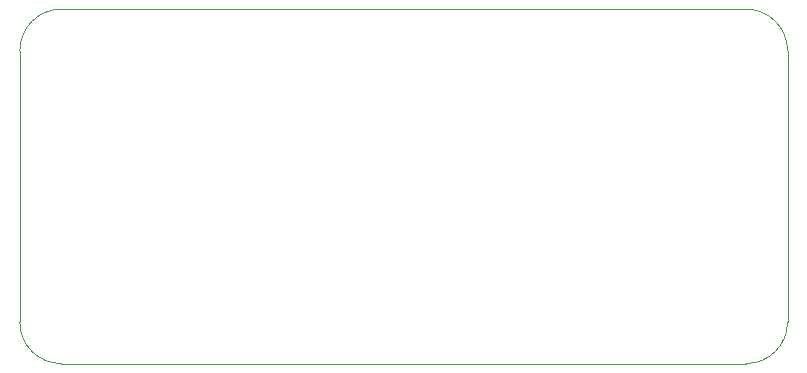
<source format=gm1>
%TF.GenerationSoftware,KiCad,Pcbnew,5.1.0*%
%TF.CreationDate,2019-04-08T01:08:36+02:00*%
%TF.ProjectId,BeerEyePi,42656572-4579-4655-9069-2e6b69636164,rev?*%
%TF.SameCoordinates,Original*%
%TF.FileFunction,Profile,NP*%
%FSLAX46Y46*%
G04 Gerber Fmt 4.6, Leading zero omitted, Abs format (unit mm)*
G04 Created by KiCad (PCBNEW 5.1.0) date 2019-04-08 01:08:36*
%MOMM*%
%LPD*%
G04 APERTURE LIST*
%ADD10C,0.100000*%
G04 APERTURE END LIST*
D10*
X155500000Y-130000000D02*
X161500000Y-130000000D01*
X103500000Y-130000000D02*
X109500000Y-130000000D01*
X100000000Y-103500000D02*
X100000000Y-126500000D01*
X161500000Y-100000000D02*
X103500000Y-100000000D01*
X165000000Y-126500000D02*
X165000000Y-103500000D01*
X100000000Y-103500000D02*
G75*
G02X103500000Y-100000000I3500000J0D01*
G01*
X103500000Y-130000000D02*
G75*
G02X100000000Y-126500000I0J3500000D01*
G01*
X161500000Y-100000000D02*
G75*
G02X165000000Y-103500000I0J-3500000D01*
G01*
X165000000Y-126500000D02*
G75*
G02X161500000Y-130000000I-3500000J0D01*
G01*
X109500000Y-130000000D02*
X155500000Y-130000000D01*
M02*

</source>
